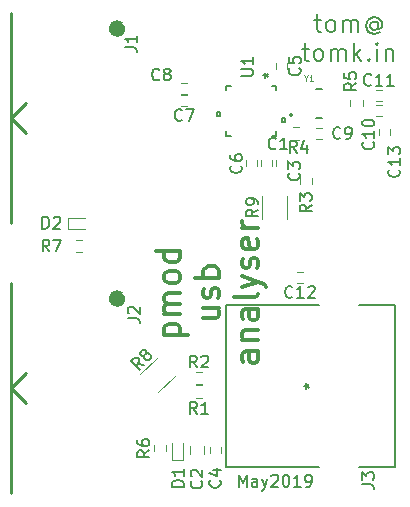
<source format=gto>
G04 #@! TF.GenerationSoftware,KiCad,Pcbnew,5.1.4-e60b266~84~ubuntu19.04.1*
G04 #@! TF.CreationDate,2019-10-16T10:38:50-07:00*
G04 #@! TF.ProjectId,pmod-usb-analyser-openvizla,706d6f64-2d75-4736-922d-616e616c7973,rev?*
G04 #@! TF.SameCoordinates,PX26449c8PY4c8cf18*
G04 #@! TF.FileFunction,Legend,Top*
G04 #@! TF.FilePolarity,Positive*
%FSLAX46Y46*%
G04 Gerber Fmt 4.6, Leading zero omitted, Abs format (unit mm)*
G04 Created by KiCad (PCBNEW 5.1.4-e60b266~84~ubuntu19.04.1) date 2019-10-16 10:38:50*
%MOMM*%
%LPD*%
G04 APERTURE LIST*
%ADD10C,0.150000*%
%ADD11C,0.200000*%
%ADD12C,0.300000*%
%ADD13C,0.120000*%
%ADD14C,0.152400*%
%ADD15C,0.127000*%
%ADD16C,0.254000*%
%ADD17C,1.000000*%
%ADD18C,0.050000*%
G04 APERTURE END LIST*
D10*
X17233331Y832860D02*
X17233331Y1832860D01*
X17566664Y1118574D01*
X17899998Y1832860D01*
X17899998Y832860D01*
X18804760Y832860D02*
X18804760Y1356669D01*
X18757140Y1451907D01*
X18661902Y1499526D01*
X18471426Y1499526D01*
X18376188Y1451907D01*
X18804760Y880479D02*
X18709521Y832860D01*
X18471426Y832860D01*
X18376188Y880479D01*
X18328569Y975717D01*
X18328569Y1070955D01*
X18376188Y1166193D01*
X18471426Y1213812D01*
X18709521Y1213812D01*
X18804760Y1261431D01*
X19185712Y1499526D02*
X19423807Y832860D01*
X19661902Y1499526D02*
X19423807Y832860D01*
X19328569Y594764D01*
X19280950Y547145D01*
X19185712Y499526D01*
X19995236Y1737621D02*
X20042855Y1785240D01*
X20138093Y1832860D01*
X20376188Y1832860D01*
X20471426Y1785240D01*
X20519045Y1737621D01*
X20566664Y1642383D01*
X20566664Y1547145D01*
X20519045Y1404288D01*
X19947617Y832860D01*
X20566664Y832860D01*
X21185712Y1832860D02*
X21280950Y1832860D01*
X21376188Y1785240D01*
X21423807Y1737621D01*
X21471426Y1642383D01*
X21519045Y1451907D01*
X21519045Y1213812D01*
X21471426Y1023336D01*
X21423807Y928098D01*
X21376188Y880479D01*
X21280950Y832860D01*
X21185712Y832860D01*
X21090474Y880479D01*
X21042855Y928098D01*
X20995236Y1023336D01*
X20947617Y1213812D01*
X20947617Y1451907D01*
X20995236Y1642383D01*
X21042855Y1737621D01*
X21090474Y1785240D01*
X21185712Y1832860D01*
X22471426Y832860D02*
X21899998Y832860D01*
X22185712Y832860D02*
X22185712Y1832860D01*
X22090474Y1690002D01*
X21995236Y1594764D01*
X21899998Y1547145D01*
X22947617Y832860D02*
X23138093Y832860D01*
X23233331Y880479D01*
X23280950Y928098D01*
X23376188Y1070955D01*
X23423807Y1261431D01*
X23423807Y1642383D01*
X23376188Y1737621D01*
X23328569Y1785240D01*
X23233331Y1832860D01*
X23042855Y1832860D01*
X22947617Y1785240D01*
X22899998Y1737621D01*
X22852379Y1642383D01*
X22852379Y1404288D01*
X22899998Y1309050D01*
X22947617Y1261431D01*
X23042855Y1213812D01*
X23233331Y1213812D01*
X23328569Y1261431D01*
X23376188Y1309050D01*
X23423807Y1404288D01*
D11*
X23629668Y40347469D02*
X24201097Y40347469D01*
X23843954Y40847469D02*
X23843954Y39561755D01*
X23915382Y39418898D01*
X24058240Y39347469D01*
X24201097Y39347469D01*
X24915382Y39347469D02*
X24772525Y39418898D01*
X24701097Y39490326D01*
X24629668Y39633183D01*
X24629668Y40061755D01*
X24701097Y40204612D01*
X24772525Y40276040D01*
X24915382Y40347469D01*
X25129668Y40347469D01*
X25272525Y40276040D01*
X25343954Y40204612D01*
X25415382Y40061755D01*
X25415382Y39633183D01*
X25343954Y39490326D01*
X25272525Y39418898D01*
X25129668Y39347469D01*
X24915382Y39347469D01*
X26058240Y39347469D02*
X26058240Y40347469D01*
X26058240Y40204612D02*
X26129668Y40276040D01*
X26272525Y40347469D01*
X26486811Y40347469D01*
X26629668Y40276040D01*
X26701097Y40133183D01*
X26701097Y39347469D01*
X26701097Y40133183D02*
X26772525Y40276040D01*
X26915382Y40347469D01*
X27129668Y40347469D01*
X27272525Y40276040D01*
X27343954Y40133183D01*
X27343954Y39347469D01*
X28986811Y40061755D02*
X28915382Y40133183D01*
X28772525Y40204612D01*
X28629668Y40204612D01*
X28486811Y40133183D01*
X28415382Y40061755D01*
X28343954Y39918898D01*
X28343954Y39776040D01*
X28415382Y39633183D01*
X28486811Y39561755D01*
X28629668Y39490326D01*
X28772525Y39490326D01*
X28915382Y39561755D01*
X28986811Y39633183D01*
X28986811Y40204612D02*
X28986811Y39633183D01*
X29058240Y39561755D01*
X29129668Y39561755D01*
X29272525Y39633183D01*
X29343954Y39776040D01*
X29343954Y40133183D01*
X29201097Y40347469D01*
X28986811Y40490326D01*
X28701097Y40561755D01*
X28415382Y40490326D01*
X28201097Y40347469D01*
X28058240Y40133183D01*
X27986811Y39847469D01*
X28058240Y39561755D01*
X28201097Y39347469D01*
X28415382Y39204612D01*
X28701097Y39133183D01*
X28986811Y39204612D01*
X29201097Y39347469D01*
X22593954Y37897469D02*
X23165382Y37897469D01*
X22808240Y38397469D02*
X22808240Y37111755D01*
X22879668Y36968898D01*
X23022525Y36897469D01*
X23165382Y36897469D01*
X23879668Y36897469D02*
X23736811Y36968898D01*
X23665382Y37040326D01*
X23593954Y37183183D01*
X23593954Y37611755D01*
X23665382Y37754612D01*
X23736811Y37826040D01*
X23879668Y37897469D01*
X24093954Y37897469D01*
X24236811Y37826040D01*
X24308240Y37754612D01*
X24379668Y37611755D01*
X24379668Y37183183D01*
X24308240Y37040326D01*
X24236811Y36968898D01*
X24093954Y36897469D01*
X23879668Y36897469D01*
X25022525Y36897469D02*
X25022525Y37897469D01*
X25022525Y37754612D02*
X25093954Y37826040D01*
X25236811Y37897469D01*
X25451097Y37897469D01*
X25593954Y37826040D01*
X25665382Y37683183D01*
X25665382Y36897469D01*
X25665382Y37683183D02*
X25736811Y37826040D01*
X25879668Y37897469D01*
X26093954Y37897469D01*
X26236811Y37826040D01*
X26308240Y37683183D01*
X26308240Y36897469D01*
X27022525Y36897469D02*
X27022525Y38397469D01*
X27165382Y37468898D02*
X27593954Y36897469D01*
X27593954Y37897469D02*
X27022525Y37326040D01*
X28236811Y37040326D02*
X28308240Y36968898D01*
X28236811Y36897469D01*
X28165382Y36968898D01*
X28236811Y37040326D01*
X28236811Y36897469D01*
X28951097Y36897469D02*
X28951097Y37897469D01*
X28951097Y38397469D02*
X28879668Y38326040D01*
X28951097Y38254612D01*
X29022525Y38326040D01*
X28951097Y38397469D01*
X28951097Y38254612D01*
X29665382Y37897469D02*
X29665382Y36897469D01*
X29665382Y37754612D02*
X29736811Y37826040D01*
X29879668Y37897469D01*
X30093954Y37897469D01*
X30236811Y37826040D01*
X30308240Y37683183D01*
X30308240Y36897469D01*
D12*
X10927228Y13665012D02*
X12927228Y13665012D01*
X11022466Y13665012D02*
X10927228Y13855488D01*
X10927228Y14236440D01*
X11022466Y14426917D01*
X11117704Y14522155D01*
X11308180Y14617393D01*
X11879609Y14617393D01*
X12070085Y14522155D01*
X12165323Y14426917D01*
X12260561Y14236440D01*
X12260561Y13855488D01*
X12165323Y13665012D01*
X12260561Y15474536D02*
X10927228Y15474536D01*
X11117704Y15474536D02*
X11022466Y15569774D01*
X10927228Y15760250D01*
X10927228Y16045964D01*
X11022466Y16236440D01*
X11212942Y16331679D01*
X12260561Y16331679D01*
X11212942Y16331679D02*
X11022466Y16426917D01*
X10927228Y16617393D01*
X10927228Y16903107D01*
X11022466Y17093583D01*
X11212942Y17188821D01*
X12260561Y17188821D01*
X12260561Y18426917D02*
X12165323Y18236440D01*
X12070085Y18141202D01*
X11879609Y18045964D01*
X11308180Y18045964D01*
X11117704Y18141202D01*
X11022466Y18236440D01*
X10927228Y18426917D01*
X10927228Y18712631D01*
X11022466Y18903107D01*
X11117704Y18998345D01*
X11308180Y19093583D01*
X11879609Y19093583D01*
X12070085Y18998345D01*
X12165323Y18903107D01*
X12260561Y18712631D01*
X12260561Y18426917D01*
X12260561Y20807869D02*
X10260561Y20807869D01*
X12165323Y20807869D02*
X12260561Y20617393D01*
X12260561Y20236440D01*
X12165323Y20045964D01*
X12070085Y19950726D01*
X11879609Y19855488D01*
X11308180Y19855488D01*
X11117704Y19950726D01*
X11022466Y20045964D01*
X10927228Y20236440D01*
X10927228Y20617393D01*
X11022466Y20807869D01*
X14227228Y15950726D02*
X15560561Y15950726D01*
X14227228Y15093583D02*
X15274847Y15093583D01*
X15465323Y15188821D01*
X15560561Y15379298D01*
X15560561Y15665012D01*
X15465323Y15855488D01*
X15370085Y15950726D01*
X15465323Y16807869D02*
X15560561Y16998345D01*
X15560561Y17379298D01*
X15465323Y17569774D01*
X15274847Y17665012D01*
X15179609Y17665012D01*
X14989133Y17569774D01*
X14893895Y17379298D01*
X14893895Y17093583D01*
X14798657Y16903107D01*
X14608180Y16807869D01*
X14512942Y16807869D01*
X14322466Y16903107D01*
X14227228Y17093583D01*
X14227228Y17379298D01*
X14322466Y17569774D01*
X15560561Y18522155D02*
X13560561Y18522155D01*
X14322466Y18522155D02*
X14227228Y18712631D01*
X14227228Y19093583D01*
X14322466Y19284060D01*
X14417704Y19379298D01*
X14608180Y19474536D01*
X15179609Y19474536D01*
X15370085Y19379298D01*
X15465323Y19284060D01*
X15560561Y19093583D01*
X15560561Y18712631D01*
X15465323Y18522155D01*
X18860561Y12284060D02*
X17812942Y12284060D01*
X17622466Y12188821D01*
X17527228Y11998345D01*
X17527228Y11617393D01*
X17622466Y11426917D01*
X18765323Y12284060D02*
X18860561Y12093583D01*
X18860561Y11617393D01*
X18765323Y11426917D01*
X18574847Y11331679D01*
X18384371Y11331679D01*
X18193895Y11426917D01*
X18098657Y11617393D01*
X18098657Y12093583D01*
X18003419Y12284060D01*
X17527228Y13236440D02*
X18860561Y13236440D01*
X17717704Y13236440D02*
X17622466Y13331679D01*
X17527228Y13522155D01*
X17527228Y13807869D01*
X17622466Y13998345D01*
X17812942Y14093583D01*
X18860561Y14093583D01*
X18860561Y15903107D02*
X17812942Y15903107D01*
X17622466Y15807869D01*
X17527228Y15617393D01*
X17527228Y15236440D01*
X17622466Y15045964D01*
X18765323Y15903107D02*
X18860561Y15712631D01*
X18860561Y15236440D01*
X18765323Y15045964D01*
X18574847Y14950726D01*
X18384371Y14950726D01*
X18193895Y15045964D01*
X18098657Y15236440D01*
X18098657Y15712631D01*
X18003419Y15903107D01*
X18860561Y17141202D02*
X18765323Y16950726D01*
X18574847Y16855488D01*
X16860561Y16855488D01*
X17527228Y17712631D02*
X18860561Y18188821D01*
X17527228Y18665012D02*
X18860561Y18188821D01*
X19336752Y17998345D01*
X19431990Y17903107D01*
X19527228Y17712631D01*
X18765323Y19331679D02*
X18860561Y19522155D01*
X18860561Y19903107D01*
X18765323Y20093583D01*
X18574847Y20188821D01*
X18479609Y20188821D01*
X18289133Y20093583D01*
X18193895Y19903107D01*
X18193895Y19617393D01*
X18098657Y19426917D01*
X17908180Y19331679D01*
X17812942Y19331679D01*
X17622466Y19426917D01*
X17527228Y19617393D01*
X17527228Y19903107D01*
X17622466Y20093583D01*
X18765323Y21807869D02*
X18860561Y21617393D01*
X18860561Y21236440D01*
X18765323Y21045964D01*
X18574847Y20950726D01*
X17812942Y20950726D01*
X17622466Y21045964D01*
X17527228Y21236440D01*
X17527228Y21617393D01*
X17622466Y21807869D01*
X17812942Y21903107D01*
X18003419Y21903107D01*
X18193895Y20950726D01*
X18860561Y22760250D02*
X17527228Y22760250D01*
X17908180Y22760250D02*
X17717704Y22855488D01*
X17622466Y22950726D01*
X17527228Y23141202D01*
X17527228Y23331679D01*
D13*
X21331580Y25463080D02*
X21331580Y23463080D01*
X19191580Y23463080D02*
X19191580Y25463080D01*
X11809986Y10233278D02*
X10395772Y8819064D01*
X8882564Y10332272D02*
X10296778Y11746486D01*
D14*
X23994998Y16211982D02*
X16188280Y16211982D01*
X27435560Y2517979D02*
X30442280Y2517979D01*
X16188280Y2517979D02*
X23994998Y2517979D01*
X16188280Y16211982D02*
X16188280Y2517979D01*
X30442280Y16211982D02*
X27435560Y16211982D01*
X30442280Y2517979D02*
X30442280Y16211982D01*
D13*
X22170580Y18077080D02*
X22670580Y18077080D01*
X22670580Y19017080D02*
X22170580Y19017080D01*
D11*
X21758080Y32309080D02*
G75*
G03X21758080Y32309080I-100000J0D01*
G01*
D15*
X23738080Y32029080D02*
X24278080Y32029080D01*
X24278080Y34529080D02*
X23738080Y34529080D01*
D14*
X20917179Y31691580D02*
X20917179Y32072580D01*
X21171179Y31691580D02*
X20917179Y31691580D01*
X21171179Y32072580D02*
X21171179Y31691580D01*
X20917179Y32072580D02*
X21171179Y32072580D01*
X15668981Y32199580D02*
X15668981Y32580580D01*
X15414981Y32199580D02*
X15668981Y32199580D01*
X15414981Y32580580D02*
X15414981Y32199580D01*
X15668981Y32580580D02*
X15414981Y32580580D01*
X20401280Y34379220D02*
X20401280Y34752280D01*
X20028220Y30535880D02*
X20401280Y30535880D01*
X16184880Y30908940D02*
X16184880Y30535880D01*
X16557940Y34752280D02*
X16184880Y34752280D01*
X20401280Y34752280D02*
X20028220Y34752280D01*
X20401280Y30535880D02*
X20401280Y30908940D01*
X16184880Y30535880D02*
X16557940Y30535880D01*
X16184880Y34752280D02*
X16184880Y34379220D01*
D13*
X3938080Y21744080D02*
X3438080Y21744080D01*
X3438080Y20684080D02*
X3938080Y20684080D01*
X10016080Y4319080D02*
X10016080Y3819080D01*
X11076080Y3819080D02*
X11076080Y4319080D01*
X26653080Y33529080D02*
X26653080Y33029080D01*
X27713080Y33029080D02*
X27713080Y33529080D01*
X21853080Y30209080D02*
X22353080Y30209080D01*
X22353080Y31269080D02*
X21853080Y31269080D01*
X23458580Y26425080D02*
X23458580Y26925080D01*
X22398580Y26925080D02*
X22398580Y26425080D01*
X14098080Y10568080D02*
X13598080Y10568080D01*
X13598080Y9508080D02*
X14098080Y9508080D01*
X14098080Y9425080D02*
X13598080Y9425080D01*
X13598080Y8365080D02*
X14098080Y8365080D01*
D16*
X-2026920Y259080D02*
X-2026920Y9149080D01*
X-2026920Y9149080D02*
X-2026920Y18039080D01*
X-756920Y7879080D02*
X-2026920Y9149080D01*
X-2026920Y9149080D02*
X-756920Y10419080D01*
D17*
X7123080Y16749080D02*
G75*
G03X7123080Y16749080I-200000J0D01*
G01*
D16*
X-2026920Y23119080D02*
X-2026920Y32009080D01*
X-2026920Y32009080D02*
X-2026920Y40899080D01*
X-756920Y30739080D02*
X-2026920Y32009080D01*
X-2026920Y32009080D02*
X-756920Y33279080D01*
D17*
X7123080Y39609080D02*
G75*
G03X7123080Y39609080I-200000J0D01*
G01*
D13*
X2738080Y23569080D02*
X2738080Y22669080D01*
X2738080Y22669080D02*
X4188080Y22669080D01*
X2738080Y23569080D02*
X4188080Y23569080D01*
X11620080Y3119080D02*
X12520080Y3119080D01*
X12520080Y3119080D02*
X12520080Y4569080D01*
X11620080Y3119080D02*
X11620080Y4569080D01*
X29126080Y31116080D02*
X29126080Y30616080D01*
X30066080Y30616080D02*
X30066080Y31116080D01*
X29338080Y34384080D02*
X28838080Y34384080D01*
X28838080Y33444080D02*
X29338080Y33444080D01*
X29338080Y33114080D02*
X28838080Y33114080D01*
X28838080Y32174080D02*
X29338080Y32174080D01*
X23758080Y30269080D02*
X24258080Y30269080D01*
X24258080Y31209080D02*
X23758080Y31209080D01*
X12328080Y34079080D02*
X12828080Y34079080D01*
X12828080Y35019080D02*
X12328080Y35019080D01*
X12328080Y33063080D02*
X12828080Y33063080D01*
X12828080Y34003080D02*
X12328080Y34003080D01*
X18763080Y27949080D02*
X18763080Y28449080D01*
X17823080Y28449080D02*
X17823080Y27949080D01*
X20363080Y36704080D02*
X20363080Y36204080D01*
X21303080Y36204080D02*
X21303080Y36704080D01*
X15715080Y3692080D02*
X15715080Y4192080D01*
X14775080Y4192080D02*
X14775080Y3692080D01*
X21303080Y27949080D02*
X21303080Y28449080D01*
X20363080Y28449080D02*
X20363080Y27949080D01*
X13121080Y3592080D02*
X13121080Y4292080D01*
X14321080Y4292080D02*
X14321080Y3592080D01*
X20033080Y27949080D02*
X20033080Y28449080D01*
X19093080Y28449080D02*
X19093080Y27949080D01*
D10*
X18863960Y24296414D02*
X18387770Y23963080D01*
X18863960Y23724985D02*
X17863960Y23724985D01*
X17863960Y24105938D01*
X17911580Y24201176D01*
X17959199Y24248795D01*
X18054437Y24296414D01*
X18197294Y24296414D01*
X18292532Y24248795D01*
X18340151Y24201176D01*
X18387770Y24105938D01*
X18387770Y23724985D01*
X18863960Y24772604D02*
X18863960Y24963080D01*
X18816341Y25058319D01*
X18768722Y25105938D01*
X18625865Y25201176D01*
X18435389Y25248795D01*
X18054437Y25248795D01*
X17959199Y25201176D01*
X17911580Y25153557D01*
X17863960Y25058319D01*
X17863960Y24867842D01*
X17911580Y24772604D01*
X17959199Y24724985D01*
X18054437Y24677366D01*
X18292532Y24677366D01*
X18387770Y24724985D01*
X18435389Y24772604D01*
X18483008Y24867842D01*
X18483008Y25058319D01*
X18435389Y25153557D01*
X18387770Y25201176D01*
X18292532Y25248795D01*
X9240157Y11153191D02*
X8667737Y11254206D01*
X8836096Y10749130D02*
X8128989Y11456236D01*
X8398363Y11725611D01*
X8499378Y11759282D01*
X8566722Y11759282D01*
X8667737Y11725611D01*
X8768752Y11624595D01*
X8802424Y11523580D01*
X8802424Y11456236D01*
X8768752Y11355221D01*
X8499378Y11085847D01*
X9240157Y11961313D02*
X9139142Y11927641D01*
X9071798Y11927641D01*
X8970783Y11961313D01*
X8937111Y11994985D01*
X8903439Y12096000D01*
X8903439Y12163343D01*
X8937111Y12264359D01*
X9071798Y12399046D01*
X9172814Y12432717D01*
X9240157Y12432717D01*
X9341172Y12399046D01*
X9374844Y12365374D01*
X9408516Y12264359D01*
X9408516Y12197015D01*
X9374844Y12096000D01*
X9240157Y11961313D01*
X9206485Y11860298D01*
X9206485Y11792954D01*
X9240157Y11691939D01*
X9374844Y11557252D01*
X9475859Y11523580D01*
X9543203Y11523580D01*
X9644218Y11557252D01*
X9778905Y11691939D01*
X9812577Y11792954D01*
X9812577Y11860298D01*
X9778905Y11961313D01*
X9644218Y12096000D01*
X9543203Y12129672D01*
X9475859Y12129672D01*
X9374844Y12096000D01*
X27664160Y1043347D02*
X28378446Y1043347D01*
X28521303Y995728D01*
X28616541Y900490D01*
X28664160Y757633D01*
X28664160Y662395D01*
X27664160Y1424300D02*
X27664160Y2043347D01*
X28045113Y1710014D01*
X28045113Y1852871D01*
X28092732Y1948109D01*
X28140351Y1995728D01*
X28235589Y2043347D01*
X28473684Y2043347D01*
X28568922Y1995728D01*
X28616541Y1948109D01*
X28664160Y1852871D01*
X28664160Y1567157D01*
X28616541Y1471919D01*
X28568922Y1424300D01*
X22780287Y9356925D02*
X23018383Y9356925D01*
X22923145Y9118830D02*
X23018383Y9356925D01*
X22923145Y9595021D01*
X23208859Y9214068D02*
X23018383Y9356925D01*
X23208859Y9499783D01*
X21777722Y16919938D02*
X21730103Y16872319D01*
X21587246Y16824700D01*
X21492008Y16824700D01*
X21349151Y16872319D01*
X21253913Y16967557D01*
X21206294Y17062795D01*
X21158675Y17253271D01*
X21158675Y17396128D01*
X21206294Y17586604D01*
X21253913Y17681842D01*
X21349151Y17777080D01*
X21492008Y17824700D01*
X21587246Y17824700D01*
X21730103Y17777080D01*
X21777722Y17729461D01*
X22730103Y16824700D02*
X22158675Y16824700D01*
X22444389Y16824700D02*
X22444389Y17824700D01*
X22349151Y17681842D01*
X22253913Y17586604D01*
X22158675Y17538985D01*
X23111056Y17729461D02*
X23158675Y17777080D01*
X23253913Y17824700D01*
X23492008Y17824700D01*
X23587246Y17777080D01*
X23634865Y17729461D01*
X23682484Y17634223D01*
X23682484Y17538985D01*
X23634865Y17396128D01*
X23063437Y16824700D01*
X23682484Y16824700D01*
D18*
X22946526Y35399663D02*
X22946526Y35170621D01*
X22786197Y35651608D02*
X22946526Y35399663D01*
X23106855Y35651608D01*
X23519130Y35170621D02*
X23244280Y35170621D01*
X23381705Y35170621D02*
X23381705Y35651608D01*
X23335897Y35582896D01*
X23290088Y35537087D01*
X23244280Y35514183D01*
D10*
X17435580Y35610896D02*
X18245104Y35610896D01*
X18340342Y35658515D01*
X18387961Y35706134D01*
X18435580Y35801372D01*
X18435580Y35991848D01*
X18387961Y36087086D01*
X18340342Y36134705D01*
X18245104Y36182324D01*
X17435580Y36182324D01*
X18435580Y37182324D02*
X18435580Y36610896D01*
X18435580Y36896610D02*
X17435580Y36896610D01*
X17578438Y36801372D01*
X17673676Y36706134D01*
X17721295Y36610896D01*
X19269460Y35649179D02*
X19507556Y35649179D01*
X19412318Y35411084D02*
X19507556Y35649179D01*
X19412318Y35887275D01*
X19698032Y35506322D02*
X19507556Y35649179D01*
X19698032Y35792037D01*
X1197313Y20749000D02*
X863980Y21225190D01*
X625884Y20749000D02*
X625884Y21749000D01*
X1006837Y21749000D01*
X1102075Y21701380D01*
X1149694Y21653761D01*
X1197313Y21558523D01*
X1197313Y21415666D01*
X1149694Y21320428D01*
X1102075Y21272809D01*
X1006837Y21225190D01*
X625884Y21225190D01*
X1530646Y21749000D02*
X2197313Y21749000D01*
X1768741Y20749000D01*
X9648460Y3902414D02*
X9172270Y3569080D01*
X9648460Y3330985D02*
X8648460Y3330985D01*
X8648460Y3711938D01*
X8696080Y3807176D01*
X8743699Y3854795D01*
X8838937Y3902414D01*
X8981794Y3902414D01*
X9077032Y3854795D01*
X9124651Y3807176D01*
X9172270Y3711938D01*
X9172270Y3330985D01*
X8648460Y4759557D02*
X8648460Y4569080D01*
X8696080Y4473842D01*
X8743699Y4426223D01*
X8886556Y4330985D01*
X9077032Y4283366D01*
X9457984Y4283366D01*
X9553222Y4330985D01*
X9600841Y4378604D01*
X9648460Y4473842D01*
X9648460Y4664319D01*
X9600841Y4759557D01*
X9553222Y4807176D01*
X9457984Y4854795D01*
X9219889Y4854795D01*
X9124651Y4807176D01*
X9077032Y4759557D01*
X9029413Y4664319D01*
X9029413Y4473842D01*
X9077032Y4378604D01*
X9124651Y4330985D01*
X9219889Y4283366D01*
X27178260Y34986934D02*
X26702070Y34653600D01*
X27178260Y34415505D02*
X26178260Y34415505D01*
X26178260Y34796458D01*
X26225880Y34891696D01*
X26273499Y34939315D01*
X26368737Y34986934D01*
X26511594Y34986934D01*
X26606832Y34939315D01*
X26654451Y34891696D01*
X26702070Y34796458D01*
X26702070Y34415505D01*
X26178260Y35891696D02*
X26178260Y35415505D01*
X26654451Y35367886D01*
X26606832Y35415505D01*
X26559213Y35510743D01*
X26559213Y35748839D01*
X26606832Y35844077D01*
X26654451Y35891696D01*
X26749689Y35939315D01*
X26987784Y35939315D01*
X27083022Y35891696D01*
X27130641Y35844077D01*
X27178260Y35748839D01*
X27178260Y35510743D01*
X27130641Y35415505D01*
X27083022Y35367886D01*
X22129453Y29113220D02*
X21796120Y29589410D01*
X21558024Y29113220D02*
X21558024Y30113220D01*
X21938977Y30113220D01*
X22034215Y30065600D01*
X22081834Y30017981D01*
X22129453Y29922743D01*
X22129453Y29779886D01*
X22081834Y29684648D01*
X22034215Y29637029D01*
X21938977Y29589410D01*
X21558024Y29589410D01*
X22986596Y29779886D02*
X22986596Y29113220D01*
X22748500Y30160839D02*
X22510405Y29446553D01*
X23129453Y29446553D01*
X23393660Y24705014D02*
X22917470Y24371680D01*
X23393660Y24133585D02*
X22393660Y24133585D01*
X22393660Y24514538D01*
X22441280Y24609776D01*
X22488899Y24657395D01*
X22584137Y24705014D01*
X22726994Y24705014D01*
X22822232Y24657395D01*
X22869851Y24609776D01*
X22917470Y24514538D01*
X22917470Y24133585D01*
X22393660Y25038347D02*
X22393660Y25657395D01*
X22774613Y25324061D01*
X22774613Y25466919D01*
X22822232Y25562157D01*
X22869851Y25609776D01*
X22965089Y25657395D01*
X23203184Y25657395D01*
X23298422Y25609776D01*
X23346041Y25562157D01*
X23393660Y25466919D01*
X23393660Y25181204D01*
X23346041Y25085966D01*
X23298422Y25038347D01*
X13681413Y10935700D02*
X13348080Y11411890D01*
X13109984Y10935700D02*
X13109984Y11935700D01*
X13490937Y11935700D01*
X13586175Y11888080D01*
X13633794Y11840461D01*
X13681413Y11745223D01*
X13681413Y11602366D01*
X13633794Y11507128D01*
X13586175Y11459509D01*
X13490937Y11411890D01*
X13109984Y11411890D01*
X14062365Y11840461D02*
X14109984Y11888080D01*
X14205222Y11935700D01*
X14443318Y11935700D01*
X14538556Y11888080D01*
X14586175Y11840461D01*
X14633794Y11745223D01*
X14633794Y11649985D01*
X14586175Y11507128D01*
X14014746Y10935700D01*
X14633794Y10935700D01*
X13694113Y6994900D02*
X13360780Y7471090D01*
X13122684Y6994900D02*
X13122684Y7994900D01*
X13503637Y7994900D01*
X13598875Y7947280D01*
X13646494Y7899661D01*
X13694113Y7804423D01*
X13694113Y7661566D01*
X13646494Y7566328D01*
X13598875Y7518709D01*
X13503637Y7471090D01*
X13122684Y7471090D01*
X14646494Y6994900D02*
X14075065Y6994900D01*
X14360780Y6994900D02*
X14360780Y7994900D01*
X14265541Y7852042D01*
X14170303Y7756804D01*
X14075065Y7709185D01*
X7829300Y15069227D02*
X8543586Y15069227D01*
X8686443Y15021608D01*
X8781681Y14926370D01*
X8829300Y14783513D01*
X8829300Y14688275D01*
X7924539Y15497799D02*
X7876920Y15545418D01*
X7829300Y15640656D01*
X7829300Y15878751D01*
X7876920Y15973989D01*
X7924539Y16021608D01*
X8019777Y16069227D01*
X8115015Y16069227D01*
X8257872Y16021608D01*
X8829300Y15450180D01*
X8829300Y16069227D01*
X7585460Y38025747D02*
X8299746Y38025747D01*
X8442603Y37978128D01*
X8537841Y37882890D01*
X8585460Y37740033D01*
X8585460Y37644795D01*
X8585460Y39025747D02*
X8585460Y38454319D01*
X8585460Y38740033D02*
X7585460Y38740033D01*
X7728318Y38644795D01*
X7823556Y38549557D01*
X7871175Y38454319D01*
X600484Y22679400D02*
X600484Y23679400D01*
X838580Y23679400D01*
X981437Y23631780D01*
X1076675Y23536542D01*
X1124294Y23441304D01*
X1171913Y23250828D01*
X1171913Y23107971D01*
X1124294Y22917495D01*
X1076675Y22822257D01*
X981437Y22727019D01*
X838580Y22679400D01*
X600484Y22679400D01*
X1552865Y23584161D02*
X1600484Y23631780D01*
X1695722Y23679400D01*
X1933818Y23679400D01*
X2029056Y23631780D01*
X2076675Y23584161D01*
X2124294Y23488923D01*
X2124294Y23393685D01*
X2076675Y23250828D01*
X1505246Y22679400D01*
X2124294Y22679400D01*
X12573260Y803685D02*
X11573260Y803685D01*
X11573260Y1041780D01*
X11620880Y1184638D01*
X11716118Y1279876D01*
X11811356Y1327495D01*
X12001832Y1375114D01*
X12144689Y1375114D01*
X12335165Y1327495D01*
X12430403Y1279876D01*
X12525641Y1184638D01*
X12573260Y1041780D01*
X12573260Y803685D01*
X12573260Y2327495D02*
X12573260Y1756066D01*
X12573260Y2041780D02*
X11573260Y2041780D01*
X11716118Y1946542D01*
X11811356Y1851304D01*
X11858975Y1756066D01*
X30786342Y27673063D02*
X30833961Y27625444D01*
X30881580Y27482587D01*
X30881580Y27387349D01*
X30833961Y27244492D01*
X30738723Y27149254D01*
X30643485Y27101635D01*
X30453009Y27054016D01*
X30310152Y27054016D01*
X30119676Y27101635D01*
X30024438Y27149254D01*
X29929200Y27244492D01*
X29881580Y27387349D01*
X29881580Y27482587D01*
X29929200Y27625444D01*
X29976819Y27673063D01*
X30881580Y28625444D02*
X30881580Y28054016D01*
X30881580Y28339730D02*
X29881580Y28339730D01*
X30024438Y28244492D01*
X30119676Y28149254D01*
X30167295Y28054016D01*
X29881580Y28958778D02*
X29881580Y29577825D01*
X30262533Y29244492D01*
X30262533Y29387349D01*
X30310152Y29482587D01*
X30357771Y29530206D01*
X30453009Y29577825D01*
X30691104Y29577825D01*
X30786342Y29530206D01*
X30833961Y29482587D01*
X30881580Y29387349D01*
X30881580Y29101635D01*
X30833961Y29006397D01*
X30786342Y28958778D01*
X28435062Y34872658D02*
X28387443Y34825039D01*
X28244586Y34777420D01*
X28149348Y34777420D01*
X28006491Y34825039D01*
X27911253Y34920277D01*
X27863634Y35015515D01*
X27816015Y35205991D01*
X27816015Y35348848D01*
X27863634Y35539324D01*
X27911253Y35634562D01*
X28006491Y35729800D01*
X28149348Y35777420D01*
X28244586Y35777420D01*
X28387443Y35729800D01*
X28435062Y35682181D01*
X29387443Y34777420D02*
X28816015Y34777420D01*
X29101729Y34777420D02*
X29101729Y35777420D01*
X29006491Y35634562D01*
X28911253Y35539324D01*
X28816015Y35491705D01*
X30339824Y34777420D02*
X29768396Y34777420D01*
X30054110Y34777420D02*
X30054110Y35777420D01*
X29958872Y35634562D01*
X29863634Y35539324D01*
X29768396Y35491705D01*
X28601942Y30004783D02*
X28649561Y29957164D01*
X28697180Y29814307D01*
X28697180Y29719069D01*
X28649561Y29576212D01*
X28554323Y29480974D01*
X28459085Y29433355D01*
X28268609Y29385736D01*
X28125752Y29385736D01*
X27935276Y29433355D01*
X27840038Y29480974D01*
X27744800Y29576212D01*
X27697180Y29719069D01*
X27697180Y29814307D01*
X27744800Y29957164D01*
X27792419Y30004783D01*
X28697180Y30957164D02*
X28697180Y30385736D01*
X28697180Y30671450D02*
X27697180Y30671450D01*
X27840038Y30576212D01*
X27935276Y30480974D01*
X27982895Y30385736D01*
X27697180Y31576212D02*
X27697180Y31671450D01*
X27744800Y31766688D01*
X27792419Y31814307D01*
X27887657Y31861926D01*
X28078133Y31909545D01*
X28316228Y31909545D01*
X28506704Y31861926D01*
X28601942Y31814307D01*
X28649561Y31766688D01*
X28697180Y31671450D01*
X28697180Y31576212D01*
X28649561Y31480974D01*
X28601942Y31433355D01*
X28506704Y31385736D01*
X28316228Y31338117D01*
X28078133Y31338117D01*
X27887657Y31385736D01*
X27792419Y31433355D01*
X27744800Y31480974D01*
X27697180Y31576212D01*
X25832773Y30381938D02*
X25785154Y30334319D01*
X25642297Y30286700D01*
X25547059Y30286700D01*
X25404201Y30334319D01*
X25308963Y30429557D01*
X25261344Y30524795D01*
X25213725Y30715271D01*
X25213725Y30858128D01*
X25261344Y31048604D01*
X25308963Y31143842D01*
X25404201Y31239080D01*
X25547059Y31286700D01*
X25642297Y31286700D01*
X25785154Y31239080D01*
X25832773Y31191461D01*
X26308963Y30286700D02*
X26499440Y30286700D01*
X26594678Y30334319D01*
X26642297Y30381938D01*
X26737535Y30524795D01*
X26785154Y30715271D01*
X26785154Y31096223D01*
X26737535Y31191461D01*
X26689916Y31239080D01*
X26594678Y31286700D01*
X26404201Y31286700D01*
X26308963Y31239080D01*
X26261344Y31191461D01*
X26213725Y31096223D01*
X26213725Y30858128D01*
X26261344Y30762890D01*
X26308963Y30715271D01*
X26404201Y30667652D01*
X26594678Y30667652D01*
X26689916Y30715271D01*
X26737535Y30762890D01*
X26785154Y30858128D01*
X10511493Y35329858D02*
X10463874Y35282239D01*
X10321017Y35234620D01*
X10225779Y35234620D01*
X10082921Y35282239D01*
X9987683Y35377477D01*
X9940064Y35472715D01*
X9892445Y35663191D01*
X9892445Y35806048D01*
X9940064Y35996524D01*
X9987683Y36091762D01*
X10082921Y36187000D01*
X10225779Y36234620D01*
X10321017Y36234620D01*
X10463874Y36187000D01*
X10511493Y36139381D01*
X11082921Y35806048D02*
X10987683Y35853667D01*
X10940064Y35901286D01*
X10892445Y35996524D01*
X10892445Y36044143D01*
X10940064Y36139381D01*
X10987683Y36187000D01*
X11082921Y36234620D01*
X11273398Y36234620D01*
X11368636Y36187000D01*
X11416255Y36139381D01*
X11463874Y36044143D01*
X11463874Y35996524D01*
X11416255Y35901286D01*
X11368636Y35853667D01*
X11273398Y35806048D01*
X11082921Y35806048D01*
X10987683Y35758429D01*
X10940064Y35710810D01*
X10892445Y35615572D01*
X10892445Y35425096D01*
X10940064Y35329858D01*
X10987683Y35282239D01*
X11082921Y35234620D01*
X11273398Y35234620D01*
X11368636Y35282239D01*
X11416255Y35329858D01*
X11463874Y35425096D01*
X11463874Y35615572D01*
X11416255Y35710810D01*
X11368636Y35758429D01*
X11273398Y35806048D01*
X12411413Y31905938D02*
X12363794Y31858319D01*
X12220937Y31810700D01*
X12125699Y31810700D01*
X11982841Y31858319D01*
X11887603Y31953557D01*
X11839984Y32048795D01*
X11792365Y32239271D01*
X11792365Y32382128D01*
X11839984Y32572604D01*
X11887603Y32667842D01*
X11982841Y32763080D01*
X12125699Y32810700D01*
X12220937Y32810700D01*
X12363794Y32763080D01*
X12411413Y32715461D01*
X12744746Y32810700D02*
X13411413Y32810700D01*
X12982841Y31810700D01*
X17405622Y28019714D02*
X17453241Y27972095D01*
X17500860Y27829238D01*
X17500860Y27734000D01*
X17453241Y27591142D01*
X17358003Y27495904D01*
X17262765Y27448285D01*
X17072289Y27400666D01*
X16929432Y27400666D01*
X16738956Y27448285D01*
X16643718Y27495904D01*
X16548480Y27591142D01*
X16500860Y27734000D01*
X16500860Y27829238D01*
X16548480Y27972095D01*
X16596099Y28019714D01*
X16500860Y28876857D02*
X16500860Y28686380D01*
X16548480Y28591142D01*
X16596099Y28543523D01*
X16738956Y28448285D01*
X16929432Y28400666D01*
X17310384Y28400666D01*
X17405622Y28448285D01*
X17453241Y28495904D01*
X17500860Y28591142D01*
X17500860Y28781619D01*
X17453241Y28876857D01*
X17405622Y28924476D01*
X17310384Y28972095D01*
X17072289Y28972095D01*
X16977051Y28924476D01*
X16929432Y28876857D01*
X16881813Y28781619D01*
X16881813Y28591142D01*
X16929432Y28495904D01*
X16977051Y28448285D01*
X17072289Y28400666D01*
X22373862Y36282334D02*
X22421481Y36234715D01*
X22469100Y36091858D01*
X22469100Y35996620D01*
X22421481Y35853762D01*
X22326243Y35758524D01*
X22231005Y35710905D01*
X22040529Y35663286D01*
X21897672Y35663286D01*
X21707196Y35710905D01*
X21611958Y35758524D01*
X21516720Y35853762D01*
X21469100Y35996620D01*
X21469100Y36091858D01*
X21516720Y36234715D01*
X21564339Y36282334D01*
X21469100Y37187096D02*
X21469100Y36710905D01*
X21945291Y36663286D01*
X21897672Y36710905D01*
X21850053Y36806143D01*
X21850053Y37044239D01*
X21897672Y37139477D01*
X21945291Y37187096D01*
X22040529Y37234715D01*
X22278624Y37234715D01*
X22373862Y37187096D01*
X22421481Y37139477D01*
X22469100Y37044239D01*
X22469100Y36806143D01*
X22421481Y36710905D01*
X22373862Y36663286D01*
X15627622Y1375114D02*
X15675241Y1327495D01*
X15722860Y1184638D01*
X15722860Y1089400D01*
X15675241Y946542D01*
X15580003Y851304D01*
X15484765Y803685D01*
X15294289Y756066D01*
X15151432Y756066D01*
X14960956Y803685D01*
X14865718Y851304D01*
X14770480Y946542D01*
X14722860Y1089400D01*
X14722860Y1184638D01*
X14770480Y1327495D01*
X14818099Y1375114D01*
X15056194Y2232257D02*
X15722860Y2232257D01*
X14675241Y1994161D02*
X15389527Y1756066D01*
X15389527Y2375114D01*
X22307822Y27372014D02*
X22355441Y27324395D01*
X22403060Y27181538D01*
X22403060Y27086300D01*
X22355441Y26943442D01*
X22260203Y26848204D01*
X22164965Y26800585D01*
X21974489Y26752966D01*
X21831632Y26752966D01*
X21641156Y26800585D01*
X21545918Y26848204D01*
X21450680Y26943442D01*
X21403060Y27086300D01*
X21403060Y27181538D01*
X21450680Y27324395D01*
X21498299Y27372014D01*
X21403060Y27705347D02*
X21403060Y28324395D01*
X21784013Y27991061D01*
X21784013Y28133919D01*
X21831632Y28229157D01*
X21879251Y28276776D01*
X21974489Y28324395D01*
X22212584Y28324395D01*
X22307822Y28276776D01*
X22355441Y28229157D01*
X22403060Y28133919D01*
X22403060Y27848204D01*
X22355441Y27752966D01*
X22307822Y27705347D01*
X14052822Y1311614D02*
X14100441Y1263995D01*
X14148060Y1121138D01*
X14148060Y1025900D01*
X14100441Y883042D01*
X14005203Y787804D01*
X13909965Y740185D01*
X13719489Y692566D01*
X13576632Y692566D01*
X13386156Y740185D01*
X13290918Y787804D01*
X13195680Y883042D01*
X13148060Y1025900D01*
X13148060Y1121138D01*
X13195680Y1263995D01*
X13243299Y1311614D01*
X13243299Y1692566D02*
X13195680Y1740185D01*
X13148060Y1835423D01*
X13148060Y2073519D01*
X13195680Y2168757D01*
X13243299Y2216376D01*
X13338537Y2263995D01*
X13433775Y2263995D01*
X13576632Y2216376D01*
X14148060Y1644947D01*
X14148060Y2263995D01*
X20381933Y29477698D02*
X20334314Y29430079D01*
X20191457Y29382460D01*
X20096219Y29382460D01*
X19953361Y29430079D01*
X19858123Y29525317D01*
X19810504Y29620555D01*
X19762885Y29811031D01*
X19762885Y29953888D01*
X19810504Y30144364D01*
X19858123Y30239602D01*
X19953361Y30334840D01*
X20096219Y30382460D01*
X20191457Y30382460D01*
X20334314Y30334840D01*
X20381933Y30287221D01*
X21334314Y29382460D02*
X20762885Y29382460D01*
X21048600Y29382460D02*
X21048600Y30382460D01*
X20953361Y30239602D01*
X20858123Y30144364D01*
X20762885Y30096745D01*
M02*

</source>
